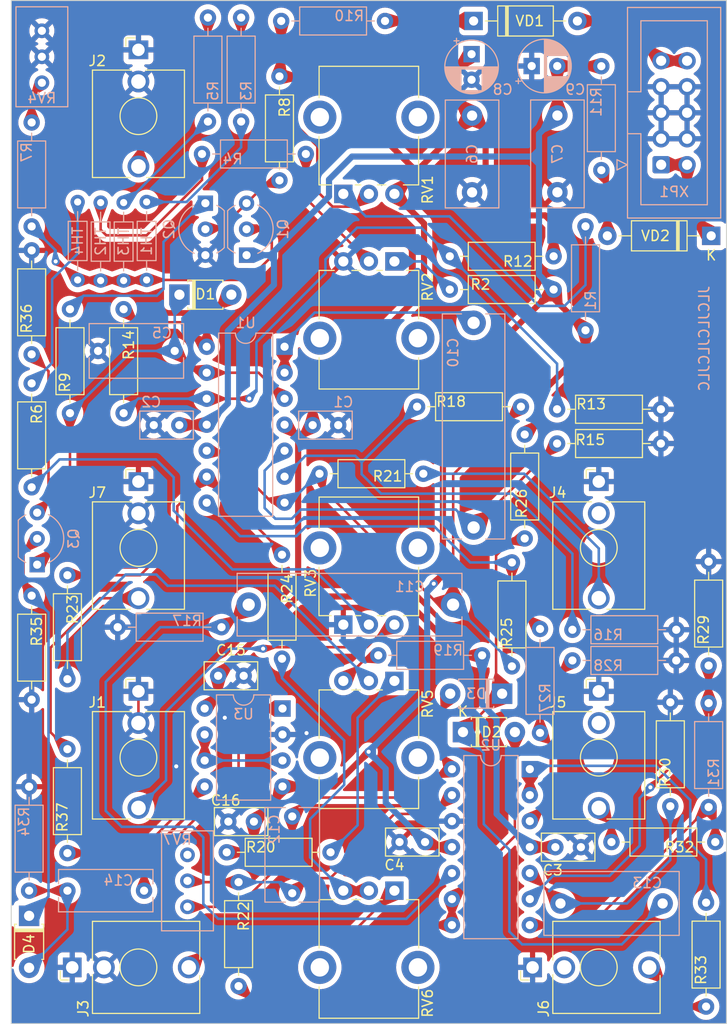
<source format=kicad_pcb>
(kicad_pcb (version 20221018) (generator pcbnew)

  (general
    (thickness 1.6)
  )

  (paper "A4")
  (layers
    (0 "F.Cu" signal)
    (31 "B.Cu" signal)
    (32 "B.Adhes" user "B.Adhesive")
    (33 "F.Adhes" user "F.Adhesive")
    (34 "B.Paste" user)
    (35 "F.Paste" user)
    (36 "B.SilkS" user "B.Silkscreen")
    (37 "F.SilkS" user "F.Silkscreen")
    (38 "B.Mask" user)
    (39 "F.Mask" user)
    (40 "Dwgs.User" user "User.Drawings")
    (41 "Cmts.User" user "User.Comments")
    (42 "Eco1.User" user "User.Eco1")
    (43 "Eco2.User" user "User.Eco2")
    (44 "Edge.Cuts" user)
    (45 "Margin" user)
    (46 "B.CrtYd" user "B.Courtyard")
    (47 "F.CrtYd" user "F.Courtyard")
    (48 "B.Fab" user)
    (49 "F.Fab" user)
    (50 "User.1" user)
    (51 "User.2" user)
    (52 "User.3" user)
    (53 "User.4" user)
    (54 "User.5" user)
    (55 "User.6" user)
    (56 "User.7" user)
    (57 "User.8" user)
    (58 "User.9" user)
  )

  (setup
    (stackup
      (layer "F.SilkS" (type "Top Silk Screen"))
      (layer "F.Paste" (type "Top Solder Paste"))
      (layer "F.Mask" (type "Top Solder Mask") (thickness 0.01))
      (layer "F.Cu" (type "copper") (thickness 0.035))
      (layer "dielectric 1" (type "core") (thickness 1.51) (material "FR4") (epsilon_r 4.5) (loss_tangent 0.02))
      (layer "B.Cu" (type "copper") (thickness 0.035))
      (layer "B.Mask" (type "Bottom Solder Mask") (thickness 0.01))
      (layer "B.Paste" (type "Bottom Solder Paste"))
      (layer "B.SilkS" (type "Bottom Silk Screen"))
      (copper_finish "None")
      (dielectric_constraints no)
    )
    (pad_to_mask_clearance 0)
    (grid_origin 84.5 17.5)
    (pcbplotparams
      (layerselection 0x00010fc_ffffffff)
      (plot_on_all_layers_selection 0x0000000_00000000)
      (disableapertmacros false)
      (usegerberextensions false)
      (usegerberattributes true)
      (usegerberadvancedattributes true)
      (creategerberjobfile true)
      (dashed_line_dash_ratio 12.000000)
      (dashed_line_gap_ratio 3.000000)
      (svgprecision 6)
      (plotframeref false)
      (viasonmask true)
      (mode 1)
      (useauxorigin true)
      (hpglpennumber 1)
      (hpglpenspeed 20)
      (hpglpendiameter 15.000000)
      (dxfpolygonmode true)
      (dxfimperialunits true)
      (dxfusepcbnewfont true)
      (psnegative false)
      (psa4output false)
      (plotreference true)
      (plotvalue true)
      (plotinvisibletext false)
      (sketchpadsonfab false)
      (subtractmaskfromsilk false)
      (outputformat 1)
      (mirror false)
      (drillshape 0)
      (scaleselection 1)
      (outputdirectory "./gerbers")
    )
  )

  (net 0 "")
  (net 1 "+12V")
  (net 2 "GNDREF")
  (net 3 "-12V")
  (net 4 "Net-(D1-K)")
  (net 5 "Net-(U1A--)")
  (net 6 "Net-(U1B-+)")
  (net 7 "Net-(U1C-+)")
  (net 8 "Net-(U2C-+)")
  (net 9 "Net-(U2D--)")
  (net 10 "Net-(D3-A)")
  (net 11 "Net-(D2-K)")
  (net 12 "Net-(U2B-+)")
  (net 13 "Net-(D4-A)")
  (net 14 "Net-(D1-A)")
  (net 15 "Net-(C14-Pad1)")
  (net 16 "Net-(D2-A)")
  (net 17 "Net-(D4-K)")
  (net 18 "Net-(R1-Pad1)")
  (net 19 "Net-(R2-Pad1)")
  (net 20 "Net-(R3-Pad1)")
  (net 21 "Net-(R3-Pad2)")
  (net 22 "Net-(R4-Pad1)")
  (net 23 "Net-(R4-Pad2)")
  (net 24 "Net-(R5-Pad1)")
  (net 25 "Net-(J2-PadT)")
  (net 26 "Net-(R6-Pad1)")
  (net 27 "Net-(R6-Pad2)")
  (net 28 "Net-(R7-Pad2)")
  (net 29 "Net-(Q1-B)")
  (net 30 "Net-(Q1-E)")
  (net 31 "Net-(Q2-C)")
  (net 32 "Net-(Q3-E)")
  (net 33 "Net-(R19-Pad2)")
  (net 34 "Net-(R20-Pad1)")
  (net 35 "Net-(J4-PadT)")
  (net 36 "Net-(VD1-K)")
  (net 37 "Net-(R23-Pad2)")
  (net 38 "Net-(R24-Pad2)")
  (net 39 "Net-(R25-Pad2)")
  (net 40 "Net-(VD2-A)")
  (net 41 "Net-(U1D-+)")
  (net 42 "Net-(R31-Pad1)")
  (net 43 "Net-(J5-PadT)")
  (net 44 "Net-(J6-PadT)")
  (net 45 "Net-(U1B--)")
  (net 46 "/FM IN LVL")
  (net 47 "Net-(J3-PadT)")
  (net 48 "unconnected-(RV7-Pad1)")
  (net 49 "Net-(U1C--)")
  (net 50 "Net-(U2A-+)")
  (net 51 "Net-(U2B--)")
  (net 52 "Net-(U2A--)")
  (net 53 "unconnected-(J4-PadTN)")
  (net 54 "unconnected-(J5-PadTN)")
  (net 55 "unconnected-(J6-PadTN)")
  (net 56 "Net-(J7-PadT)")
  (net 57 "Net-(U3B-+)")
  (net 58 "Net-(U3A-+)")
  (net 59 "Net-(VD1-A)")
  (net 60 "Net-(VD2-K)")

  (footprint "Capacitor_THT:C_Disc_D5.0mm_W2.5mm_P2.50mm" (layer "F.Cu") (at 144.85 124.15))

  (footprint "SynthMages:Jack_3.5mm_QingPu_WQP-PJ398SM_Vertical_CircularHoles_Socket_Centered" (layer "F.Cu") (at 136.05 117.9))

  (footprint "Resistor_THT:R_Axial_DIN0207_L6.3mm_D2.5mm_P10.16mm_Horizontal" (layer "F.Cu") (at 145.85 130.07 -90))

  (footprint "SynthMages:Potentiometer_Alpha_RD901F-40-00D_Single_Vertical_CircularHoles_Shaft_Centered" (layer "F.Cu") (at 158.6 76.9 -90))

  (footprint "Resistor_THT:R_Axial_DIN0207_L6.3mm_D2.5mm_P10.16mm_Horizontal" (layer "F.Cu") (at 163.93 90.15 180))

  (footprint "SynthMages:Jack_3.5mm_QingPu_WQP-PJ398SM_Vertical_CircularHoles_Socket_Centered" (layer "F.Cu") (at 181.1 117.9))

  (footprint "Resistor_THT:R_Axial_DIN0207_L6.3mm_D2.5mm_P10.16mm_Horizontal" (layer "F.Cu") (at 125.6 81.32 -90))

  (footprint "SynthMages:Jack_3.5mm_QingPu_WQP-PJ398SM_Vertical_CircularHoles_Socket_Centered" (layer "F.Cu") (at 136.05 97.4))

  (footprint "Resistor_THT:R_Axial_DIN0207_L6.3mm_D2.5mm_P10.16mm_Horizontal" (layer "F.Cu") (at 192.5 126.15 180))

  (footprint "SynthMages:Jack_3.5mm_QingPu_WQP-PJ398SM_Vertical_CircularHoles_Socket_Centered" (layer "F.Cu") (at 181.1 138.4 90))

  (footprint "SynthMages:Jack_3.5mm_QingPu_WQP-PJ398SM_Vertical_CircularHoles_Socket_Centered" (layer "F.Cu") (at 136.05 55.2))

  (footprint "Resistor_THT:R_Axial_DIN0207_L6.3mm_D2.5mm_P10.16mm_Horizontal" (layer "F.Cu") (at 150.1 98.07 -90))

  (footprint "Resistor_THT:R_Axial_DIN0207_L6.3mm_D2.5mm_P10.16mm_Horizontal" (layer "F.Cu") (at 191.6 142.23 90))

  (footprint "Resistor_THT:R_Axial_DIN0207_L6.3mm_D2.5mm_P10.16mm_Horizontal" (layer "F.Cu") (at 191.85 108.9 90))

  (footprint "Capacitor_THT:C_Disc_D5.0mm_W2.5mm_P2.50mm" (layer "F.Cu") (at 143.85 109.9))

  (footprint "Capacitor_THT:C_Disc_D5.0mm_W2.5mm_P2.50mm" (layer "F.Cu") (at 161.6 126.15))

  (footprint "Resistor_THT:R_Axial_DIN0207_L6.3mm_D2.5mm_P10.16mm_Horizontal" (layer "F.Cu") (at 177.02 87.2))

  (footprint "SynthMages:Potentiometer_Alpha_RD901F-40-00D_Single_Vertical_CircularHoles_Shaft_Centered" (layer "F.Cu") (at 158.6 117.9 -90))

  (footprint "Resistor_THT:R_Axial_DIN0207_L6.3mm_D2.5mm_P10.16mm_Horizontal" (layer "F.Cu") (at 176.68 68.9 180))

  (footprint "Diode_THT:D_A-405_P10.16mm_Horizontal" (layer "F.Cu") (at 192.1 66.9 180))

  (footprint "Capacitor_THT:C_Disc_D5.0mm_W2.5mm_P2.50mm" (layer "F.Cu") (at 176.85 126.65))

  (footprint "Diode_THT:D_T-1_P5.08mm_Horizontal" (layer "F.Cu") (at 167.81 115.4))

  (footprint "SynthMages:Jack_3.5mm_QingPu_WQP-PJ398SM_Vertical_CircularHoles_Socket_Centered" (layer "F.Cu") (at 136.05 138.4 90))

  (footprint "Resistor_THT:R_Axial_DIN0207_L6.3mm_D2.5mm_P10.16mm_Horizontal" (layer "F.Cu") (at 125.6 78.48 90))

  (footprint "Diode_THT:D_T-1_P5.08mm_Horizontal" (layer "F.Cu") (at 140.06 72.65))

  (footprint "Resistor_THT:R_Axial_DIN0207_L6.3mm_D2.5mm_P10.16mm_Horizontal" (layer "F.Cu") (at 166.52 72.15))

  (footprint "Resistor_THT:R_Axial_DIN0207_L6.3mm_D2.5mm_P10.16mm_Horizontal" (layer "F.Cu") (at 129.1 127.23 90))

  (footprint "Resistor_THT:R_Axial_DIN0207_L6.3mm_D2.5mm_P10.16mm_Horizontal" (layer "F.Cu") (at 125.6 102.07 -90))

  (footprint "SynthMages:Potentiometer_Alpha_RD901F-40-00D_Single_Vertical_CircularHoles_Shaft_Centered" (layer "F.Cu") (at 158.6 55.3 90))

  (footprint "Resistor_THT:R_Axial_DIN0207_L6.3mm_D2.5mm_P10.16mm_Horizontal" (layer "F.Cu") (at 188.1 122.65 90))

  (footprint "Resistor_THT:R_Axial_DIN0207_L6.3mm_D2.5mm_P10.16mm_Horizontal" (layer "F.Cu") (at 154.85 127.15 180))

  (footprint "Resistor_THT:R_Axial_DIN0207_L6.3mm_D2.5mm_P10.16mm_Horizontal" (layer "F.Cu") (at 149.85 51.32 -90))

  (footprint "Diode_THT:D_T-1_P5.08mm_Horizontal" (layer "F.Cu") (at 125.35 133.36 -90))

  (footprint "Resistor_THT:R_Axial_DIN0207_L6.3mm_D2.5mm_P10.16mm_Horizontal" (layer "F.Cu") (at 177.02 83.85))

  (footprint "Resistor_THT:R_Axial_DIN0207_L6.3mm_D2.5mm_P10.16mm_Horizontal" (layer "F.Cu") (at 172.6 108.98 90))

  (footprint "SynthMages:Potentiometer_Alpha_RD901F-40-00D_Single_Vertical_CircularHoles_Shaft_Centered" (layer "F.Cu") (at 158.6 97.4 90))

  (footprint "Resistor_THT:R_Axial_DIN0207_L6.3mm_D2.5mm_P10.16mm_Horizontal" (layer "F.Cu") (at 129.35 84.23 90))

  (footprint "Resistor_THT:R_Axial_DIN0207_L6.3mm_D2.5mm_P10.16mm_Horizontal" (layer "F.Cu") (at 129.1 100.07 -90))

  (footprint "Resistor_THT:R_Axial_DIN0207_L6.3mm_D2.5mm_P10.16mm_Horizontal" (layer "F.Cu") (at 173.85 96.48 90))

  (footprint "Resistor_THT:R_Axial_DIN0207_L6.3mm_D2.5mm_P10.16mm_Horizontal" (layer "F.Cu") (at 163.32 83.6))

  (footprint "Resistor_THT:R_Axial_DIN0207_L6.3mm_D2.5mm_P10.16mm_Horizontal" (layer "F.Cu") (at 134.6 74.07 -90))

  (footprint "Diode_THT:D_A-405_P10.16mm_Horizontal" (layer "F.Cu")
    (tstamp f00b4898-b17e-4af6-9d4d-9a2526c30da0)
    (at 168.85 45.9)
    (descr "Diode, A-405 series, Axial, Horizontal, pin pitch=10.16mm, , length*diameter=5.2*2.7mm^2, , http://www.diodes.com/_files/packages/A-405.pdf")
    (tags "Diode A-405 series Axial Horizontal pin pitch 10.16mm  length 5.2mm diameter 2.7mm")
    (property "Sheetfile" "Fireball.kicad_sch")
    (property "Sheetname" "")
    (property "ki_description" "Schottky diode")
    (property "ki_keywords" "diode Schottky")
    (path "/b3dd7f2d-1654-418e-a95b-48dc2b12cac5")
    (attr through_hole)
    (fp_text reference "VD1" (at 5.5 0) (layer "F.SilkS")
        (effects (font (size 1 1) (thickness 0.15)))
      (tstamp 0d52b09d-3639-41ce-ad8f-b1b1953bc5c5)
    )
    (fp_text value "1N5819" (at 5.08 2.25) (layer "F.Fab")
        (effects (font (size 1 1) (thickness 0.15)))
      (tstamp 802210df-0d40-4607-97d4-381a71f8b821)
    )
    (fp_text user "${REFERENCE}" (at 5.47 0) (layer "F.Fab")
        (effects (font (size 1 1) (thickness 0.15)))
      (tstamp 29bb0613-6609-4033-bb68-3c8e7355eff5)
    )
    (fp_line (start 1.14 0) (end 2.36 0)
      (stroke (width 0.12) (type solid)) (layer "F.SilkS")
... [1536971 chars truncated]
</source>
